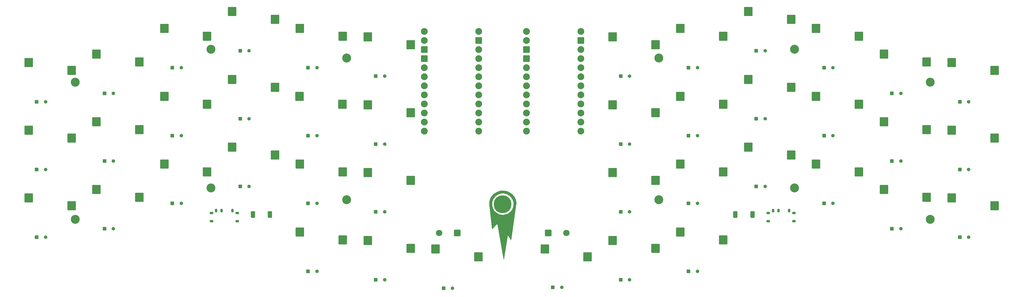
<source format=gbr>
%TF.GenerationSoftware,KiCad,Pcbnew,9.0.2*%
%TF.CreationDate,2025-06-05T20:26:44+03:00*%
%TF.ProjectId,KOMETA,4b4f4d45-5441-42e6-9b69-6361645f7063,rev?*%
%TF.SameCoordinates,Original*%
%TF.FileFunction,Paste,Bot*%
%TF.FilePolarity,Positive*%
%FSLAX46Y46*%
G04 Gerber Fmt 4.6, Leading zero omitted, Abs format (unit mm)*
G04 Created by KiCad (PCBNEW 9.0.2) date 2025-06-05 20:26:44*
%MOMM*%
%LPD*%
G01*
G04 APERTURE LIST*
G04 Aperture macros list*
%AMRoundRect*
0 Rectangle with rounded corners*
0 $1 Rounding radius*
0 $2 $3 $4 $5 $6 $7 $8 $9 X,Y pos of 4 corners*
0 Add a 4 corners polygon primitive as box body*
4,1,4,$2,$3,$4,$5,$6,$7,$8,$9,$2,$3,0*
0 Add four circle primitives for the rounded corners*
1,1,$1+$1,$2,$3*
1,1,$1+$1,$4,$5*
1,1,$1+$1,$6,$7*
1,1,$1+$1,$8,$9*
0 Add four rect primitives between the rounded corners*
20,1,$1+$1,$2,$3,$4,$5,0*
20,1,$1+$1,$4,$5,$6,$7,0*
20,1,$1+$1,$6,$7,$8,$9,0*
20,1,$1+$1,$8,$9,$2,$3,0*%
G04 Aperture macros list end*
%ADD10C,0.000000*%
%ADD11RoundRect,0.200000X-1.000000X-1.050000X1.000000X-1.050000X1.000000X1.050000X-1.000000X1.050000X0*%
%ADD12RoundRect,0.200000X0.300000X0.300000X-0.300000X0.300000X-0.300000X-0.300000X0.300000X-0.300000X0*%
%ADD13O,1.000000X1.000000*%
%ADD14C,2.500000*%
%ADD15RoundRect,0.200000X0.400000X0.700000X-0.400000X0.700000X-0.400000X-0.700000X0.400000X-0.700000X0*%
%ADD16RoundRect,0.199800X0.300200X0.100200X-0.300200X0.100200X-0.300200X-0.100200X0.300200X-0.100200X0*%
%ADD17RoundRect,0.199800X0.100200X-0.300200X0.100200X0.300200X-0.100200X0.300200X-0.100200X-0.300200X0*%
%ADD18C,1.800000*%
%ADD19RoundRect,0.200000X-0.700000X0.700000X-0.700000X-0.700000X0.700000X-0.700000X0.700000X0.700000X0*%
%ADD20O,1.900000X1.900000*%
%ADD21RoundRect,0.250000X-0.700000X-0.700000X0.700000X-0.700000X0.700000X0.700000X-0.700000X0.700000X0*%
%ADD22C,5.000000*%
%ADD23RoundRect,0.200000X0.700000X-0.700000X0.700000X0.700000X-0.700000X0.700000X-0.700000X-0.700000X0*%
%ADD24RoundRect,0.200000X-0.400000X-0.700000X0.400000X-0.700000X0.400000X0.700000X-0.400000X0.700000X0*%
G04 APERTURE END LIST*
D10*
G36*
X207656164Y-161918899D02*
G01*
X207903342Y-161947400D01*
X208148593Y-161992168D01*
X208391087Y-162053188D01*
X208629994Y-162130448D01*
X208864484Y-162223933D01*
X209093726Y-162333630D01*
X209316892Y-162459526D01*
X209536850Y-162593578D01*
X209669239Y-162678585D01*
X209797005Y-162769348D01*
X209919995Y-162865664D01*
X210038055Y-162967333D01*
X210151032Y-163074154D01*
X210258773Y-163185925D01*
X210361124Y-163302444D01*
X210457931Y-163423512D01*
X210549042Y-163548926D01*
X210634304Y-163678485D01*
X210713562Y-163811988D01*
X210786664Y-163949234D01*
X210853456Y-164090022D01*
X210913784Y-164234150D01*
X210967497Y-164381416D01*
X211014439Y-164531621D01*
X211037908Y-164617708D01*
X211059054Y-164704282D01*
X211077873Y-164791295D01*
X211094363Y-164878701D01*
X211108520Y-164966453D01*
X211120341Y-165054504D01*
X211129823Y-165142807D01*
X211136963Y-165231315D01*
X211141758Y-165319982D01*
X211144205Y-165408760D01*
X211144299Y-165497602D01*
X211142039Y-165586462D01*
X211137421Y-165675293D01*
X211130443Y-165764047D01*
X211121099Y-165852679D01*
X211109389Y-165941140D01*
X209738435Y-175683791D01*
X209736928Y-175691875D01*
X209734846Y-175699573D01*
X209732219Y-175706875D01*
X209729081Y-175713778D01*
X209725463Y-175720273D01*
X209721397Y-175726355D01*
X209716915Y-175732017D01*
X209712048Y-175737253D01*
X209706831Y-175742057D01*
X209701293Y-175746422D01*
X209695467Y-175750342D01*
X209689385Y-175753811D01*
X209683080Y-175756821D01*
X209676583Y-175759367D01*
X209669925Y-175761443D01*
X209663140Y-175763042D01*
X209656260Y-175764157D01*
X209649315Y-175764783D01*
X209642339Y-175764912D01*
X209635362Y-175764539D01*
X209628418Y-175763658D01*
X209621538Y-175762261D01*
X209614755Y-175760342D01*
X209608099Y-175757896D01*
X209601604Y-175754916D01*
X209595302Y-175751394D01*
X209589223Y-175747326D01*
X209583401Y-175742704D01*
X209577867Y-175737523D01*
X209572653Y-175731776D01*
X209567792Y-175725456D01*
X209563315Y-175718557D01*
X208922915Y-174641410D01*
X208918472Y-174634562D01*
X208913649Y-174628283D01*
X208908476Y-174622567D01*
X208902986Y-174617408D01*
X208897209Y-174612801D01*
X208891178Y-174608738D01*
X208884923Y-174605215D01*
X208878476Y-174602224D01*
X208871869Y-174599761D01*
X208865133Y-174597819D01*
X208858299Y-174596392D01*
X208851399Y-174595473D01*
X208844465Y-174595058D01*
X208837528Y-174595140D01*
X208830619Y-174595713D01*
X208823770Y-174596771D01*
X208817012Y-174598308D01*
X208810376Y-174600319D01*
X208803895Y-174602796D01*
X208797600Y-174605734D01*
X208791522Y-174609127D01*
X208785692Y-174612969D01*
X208780142Y-174617254D01*
X208774904Y-174621976D01*
X208770009Y-174627129D01*
X208765488Y-174632707D01*
X208761373Y-174638704D01*
X208757695Y-174645114D01*
X208754487Y-174651931D01*
X208751778Y-174659149D01*
X208749601Y-174666762D01*
X208747988Y-174674764D01*
X207717892Y-181073625D01*
X207715918Y-181083194D01*
X207713206Y-181092152D01*
X207709807Y-181100500D01*
X207705769Y-181108237D01*
X207701140Y-181115363D01*
X207695970Y-181121878D01*
X207690307Y-181127781D01*
X207684200Y-181133071D01*
X207677697Y-181137749D01*
X207670848Y-181141813D01*
X207663701Y-181145264D01*
X207656305Y-181148101D01*
X207648708Y-181150323D01*
X207640960Y-181151930D01*
X207633109Y-181152922D01*
X207625204Y-181153299D01*
X207617294Y-181153059D01*
X207609427Y-181152203D01*
X207601652Y-181150729D01*
X207594018Y-181148639D01*
X207586574Y-181145930D01*
X207579368Y-181142603D01*
X207572450Y-181138658D01*
X207565867Y-181134093D01*
X207559669Y-181128909D01*
X207553904Y-181123105D01*
X207548622Y-181116681D01*
X207543870Y-181109636D01*
X207539699Y-181101970D01*
X207536155Y-181093682D01*
X207533289Y-181084773D01*
X207531149Y-181075240D01*
X205799717Y-171394060D01*
X205798135Y-171386768D01*
X205796070Y-171379793D01*
X205793549Y-171373142D01*
X205790596Y-171366821D01*
X205787236Y-171360837D01*
X205783493Y-171355196D01*
X205779393Y-171349905D01*
X205774961Y-171344970D01*
X205770221Y-171340398D01*
X205765198Y-171336195D01*
X205759917Y-171332368D01*
X205754403Y-171328924D01*
X205748680Y-171325869D01*
X205742774Y-171323209D01*
X205736710Y-171320951D01*
X205730512Y-171319102D01*
X205724205Y-171317668D01*
X205717814Y-171316655D01*
X205711364Y-171316071D01*
X205704880Y-171315922D01*
X205698387Y-171316213D01*
X205691908Y-171316953D01*
X205685471Y-171318147D01*
X205679098Y-171319801D01*
X205672815Y-171321923D01*
X205666647Y-171324519D01*
X205660619Y-171327595D01*
X205654756Y-171331159D01*
X205649082Y-171335215D01*
X205643622Y-171339772D01*
X205638402Y-171344836D01*
X205633445Y-171350412D01*
X204515078Y-172705172D01*
X204509962Y-172710918D01*
X204504573Y-172716116D01*
X204498938Y-172720774D01*
X204493085Y-172724900D01*
X204487038Y-172728502D01*
X204480825Y-172731587D01*
X204474472Y-172734163D01*
X204468007Y-172736239D01*
X204461455Y-172737822D01*
X204454843Y-172738920D01*
X204448198Y-172739540D01*
X204441546Y-172739690D01*
X204434914Y-172739379D01*
X204428329Y-172738614D01*
X204421817Y-172737403D01*
X204415404Y-172735753D01*
X204409117Y-172733673D01*
X204402984Y-172731171D01*
X204397030Y-172728253D01*
X204391282Y-172724928D01*
X204385766Y-172721204D01*
X204380510Y-172717089D01*
X204375539Y-172712590D01*
X204370881Y-172707715D01*
X204366562Y-172702472D01*
X204362608Y-172696869D01*
X204359047Y-172690913D01*
X204355904Y-172684613D01*
X204353207Y-172677976D01*
X204350981Y-172671010D01*
X204349254Y-172663723D01*
X204348052Y-172656123D01*
X203582393Y-165824899D01*
X203572866Y-165735227D01*
X203566163Y-165650333D01*
X204360715Y-165650333D01*
X204362081Y-165804091D01*
X204371127Y-165955957D01*
X204387669Y-166105739D01*
X204411522Y-166253248D01*
X204442502Y-166398292D01*
X204480424Y-166540682D01*
X204525103Y-166680225D01*
X204576356Y-166816732D01*
X204633997Y-166950011D01*
X204697841Y-167079872D01*
X204767705Y-167206125D01*
X204843404Y-167328577D01*
X204924753Y-167447040D01*
X205011567Y-167561321D01*
X205103662Y-167671231D01*
X205200854Y-167776578D01*
X205302957Y-167877172D01*
X205409787Y-167972822D01*
X205521160Y-168063337D01*
X205636891Y-168148527D01*
X205756796Y-168228200D01*
X205880689Y-168302167D01*
X206008387Y-168370235D01*
X206139705Y-168432216D01*
X206274457Y-168487917D01*
X206412460Y-168537149D01*
X206553529Y-168579720D01*
X206697480Y-168615439D01*
X206844127Y-168644117D01*
X206993287Y-168665562D01*
X207144774Y-168679583D01*
X207298404Y-168685990D01*
X207452162Y-168684624D01*
X207604027Y-168675578D01*
X207753810Y-168659036D01*
X207901318Y-168635183D01*
X208046363Y-168604203D01*
X208188752Y-168566281D01*
X208328295Y-168521602D01*
X208464802Y-168470349D01*
X208598081Y-168412708D01*
X208727943Y-168348864D01*
X208854195Y-168279000D01*
X208976648Y-168203301D01*
X209095110Y-168121952D01*
X209209392Y-168035138D01*
X209319301Y-167943043D01*
X209424648Y-167845851D01*
X209525242Y-167743748D01*
X209620892Y-167636918D01*
X209711407Y-167525545D01*
X209796597Y-167409813D01*
X209876271Y-167289909D01*
X209950237Y-167166016D01*
X210018306Y-167038318D01*
X210080287Y-166907000D01*
X210135988Y-166772248D01*
X210185220Y-166634245D01*
X210227791Y-166493176D01*
X210263510Y-166349225D01*
X210292188Y-166202578D01*
X210313632Y-166053418D01*
X210327654Y-165901931D01*
X210334060Y-165748301D01*
X210332695Y-165594543D01*
X210323649Y-165442678D01*
X210307107Y-165292895D01*
X210283254Y-165145386D01*
X210252274Y-165000342D01*
X210214352Y-164857953D01*
X210169672Y-164718410D01*
X210118420Y-164581903D01*
X210060779Y-164448624D01*
X209996934Y-164318762D01*
X209927070Y-164192510D01*
X209851372Y-164070057D01*
X209770023Y-163951595D01*
X209683209Y-163837313D01*
X209591113Y-163727404D01*
X209493922Y-163622057D01*
X209391819Y-163521463D01*
X209284988Y-163425813D01*
X209173615Y-163335298D01*
X209057884Y-163250108D01*
X208937979Y-163170435D01*
X208814086Y-163096468D01*
X208686388Y-163028399D01*
X208555071Y-162966419D01*
X208420318Y-162910717D01*
X208282315Y-162861486D01*
X208141246Y-162818915D01*
X207997296Y-162783195D01*
X207850649Y-162754517D01*
X207701489Y-162733073D01*
X207550002Y-162719052D01*
X207396372Y-162712645D01*
X207242614Y-162714010D01*
X207090749Y-162723056D01*
X206940966Y-162739598D01*
X206793457Y-162763451D01*
X206648413Y-162794431D01*
X206506023Y-162832353D01*
X206366480Y-162877033D01*
X206229973Y-162928285D01*
X206096694Y-162985926D01*
X205966833Y-163049771D01*
X205840580Y-163119635D01*
X205718128Y-163195334D01*
X205599665Y-163276682D01*
X205485384Y-163363497D01*
X205375474Y-163455592D01*
X205270127Y-163552783D01*
X205169533Y-163654886D01*
X205073883Y-163761717D01*
X204983368Y-163873090D01*
X204898178Y-163988821D01*
X204818505Y-164108726D01*
X204744538Y-164232619D01*
X204676469Y-164360317D01*
X204614489Y-164491634D01*
X204558788Y-164626387D01*
X204509556Y-164764390D01*
X204466985Y-164905459D01*
X204431266Y-165049409D01*
X204402588Y-165196057D01*
X204381143Y-165345216D01*
X204367122Y-165496703D01*
X204360715Y-165650333D01*
X203566163Y-165650333D01*
X203565777Y-165645445D01*
X203561120Y-165555603D01*
X203558891Y-165465749D01*
X203559086Y-165375931D01*
X203561698Y-165286200D01*
X203566724Y-165196604D01*
X203574159Y-165107191D01*
X203583999Y-165018011D01*
X203596237Y-164929112D01*
X203610870Y-164840544D01*
X203627892Y-164752356D01*
X203647299Y-164664595D01*
X203669087Y-164577311D01*
X203693250Y-164490554D01*
X203719783Y-164404371D01*
X203771293Y-164256689D01*
X203829433Y-164112147D01*
X203894044Y-163970940D01*
X203964966Y-163833263D01*
X204042041Y-163699311D01*
X204125110Y-163569278D01*
X204214015Y-163443359D01*
X204308596Y-163321749D01*
X204408695Y-163204642D01*
X204514153Y-163092234D01*
X204624811Y-162984719D01*
X204740510Y-162882291D01*
X204861092Y-162785146D01*
X204986398Y-162693479D01*
X205116268Y-162607483D01*
X205250545Y-162527354D01*
X205481784Y-162396627D01*
X205708958Y-162278117D01*
X205941675Y-162175997D01*
X206179104Y-162090251D01*
X206420416Y-162020868D01*
X206664780Y-161967832D01*
X206911367Y-161931131D01*
X207159347Y-161910751D01*
X207407889Y-161906678D01*
X207656164Y-161918899D01*
G37*
D11*
%TO.C,SW22*%
X238100000Y-118875000D03*
X250100000Y-121075000D03*
%TD*%
%TO.C,SW23*%
X257100000Y-116500000D03*
X269100000Y-118700000D03*
%TD*%
%TO.C,SW26*%
X326100000Y-125825000D03*
X314100000Y-123625000D03*
%TD*%
D12*
%TO.C,D3*%
X114750000Y-127500000D03*
D13*
X117250000Y-127500000D03*
%TD*%
D12*
%TO.C,D41*%
X240350000Y-186875000D03*
D13*
X242850000Y-186875000D03*
%TD*%
D12*
%TO.C,D24*%
X278350000Y-122750000D03*
D13*
X280850000Y-122750000D03*
%TD*%
D14*
%TO.C,H4*%
X87548000Y-170000000D03*
%TD*%
D12*
%TO.C,D19*%
X152750000Y-184500000D03*
D13*
X155250000Y-184500000D03*
%TD*%
D12*
%TO.C,D15*%
X114750000Y-165500000D03*
D13*
X117250000Y-165500000D03*
%TD*%
D12*
%TO.C,D39*%
X335350000Y-175000000D03*
D13*
X337850000Y-175000000D03*
%TD*%
D11*
%TO.C,SW8*%
X105500000Y-144825000D03*
X93500000Y-142625000D03*
%TD*%
D12*
%TO.C,D11*%
X152750000Y-146500000D03*
D13*
X155250000Y-146500000D03*
%TD*%
D11*
%TO.C,SW15*%
X124500000Y-156700000D03*
X112500000Y-154500000D03*
%TD*%
D12*
%TO.C,D33*%
X335350000Y-156000000D03*
D13*
X337850000Y-156000000D03*
%TD*%
D11*
%TO.C,SW4*%
X143500000Y-113950000D03*
X131500000Y-111750000D03*
%TD*%
D14*
%TO.C,H3*%
X289050000Y-122300000D03*
%TD*%
D12*
%TO.C,D17*%
X152750000Y-165500000D03*
D13*
X155250000Y-165500000D03*
%TD*%
D11*
%TO.C,SW37*%
X307100000Y-156700000D03*
X295100000Y-154500000D03*
%TD*%
D12*
%TO.C,D14*%
X95750000Y-172625000D03*
D13*
X98250000Y-172625000D03*
%TD*%
D11*
%TO.C,SW42*%
X269100000Y-175700000D03*
X257100000Y-173500000D03*
%TD*%
D12*
%TO.C,D12*%
X171750000Y-148875000D03*
D13*
X174250000Y-148875000D03*
%TD*%
D11*
%TO.C,SW39*%
X345100000Y-166200000D03*
X333100000Y-164000000D03*
%TD*%
%TO.C,SW31*%
X307100000Y-137700000D03*
X295100000Y-135500000D03*
%TD*%
D12*
%TO.C,D30*%
X278350000Y-141750000D03*
D13*
X280850000Y-141750000D03*
%TD*%
D12*
%TO.C,D20*%
X171750000Y-186875000D03*
D13*
X174250000Y-186875000D03*
%TD*%
D14*
%TO.C,H12*%
X251050000Y-164500000D03*
%TD*%
D11*
%TO.C,SW27*%
X345100000Y-128200000D03*
X333100000Y-126000000D03*
%TD*%
D12*
%TO.C,D1*%
X76750000Y-137000000D03*
D13*
X79250000Y-137000000D03*
%TD*%
D11*
%TO.C,SW2*%
X105500000Y-125825000D03*
X93500000Y-123625000D03*
%TD*%
D12*
%TO.C,D9*%
X114750000Y-146500000D03*
D13*
X117250000Y-146500000D03*
%TD*%
D12*
%TO.C,D22*%
X240350000Y-129875000D03*
D13*
X242850000Y-129875000D03*
%TD*%
D12*
%TO.C,D42*%
X259350000Y-184500000D03*
D13*
X261850000Y-184500000D03*
%TD*%
D12*
%TO.C,D5*%
X152750000Y-127500000D03*
D13*
X155250000Y-127500000D03*
%TD*%
D11*
%TO.C,SW38*%
X326100000Y-163825000D03*
X314100000Y-161625000D03*
%TD*%
D12*
%TO.C,D40*%
X221350000Y-189000000D03*
D13*
X223850000Y-189000000D03*
%TD*%
D11*
%TO.C,SW40*%
X231100000Y-180450000D03*
X219100000Y-178250000D03*
%TD*%
%TO.C,SW28*%
X250100000Y-140075000D03*
X238100000Y-137875000D03*
%TD*%
D12*
%TO.C,D13*%
X76750000Y-175000000D03*
D13*
X79250000Y-175000000D03*
%TD*%
D12*
%TO.C,D16*%
X133750000Y-160750000D03*
D13*
X136250000Y-160750000D03*
%TD*%
D12*
%TO.C,D27*%
X335350000Y-137000000D03*
D13*
X337850000Y-137000000D03*
%TD*%
D15*
%TO.C,R_L1*%
X142100000Y-168600000D03*
X137300000Y-168600000D03*
%TD*%
D11*
%TO.C,SW24*%
X288100000Y-113950000D03*
X276100000Y-111750000D03*
%TD*%
D12*
%TO.C,D2*%
X95750000Y-134625000D03*
D13*
X98250000Y-134625000D03*
%TD*%
D12*
%TO.C,D6*%
X171750000Y-129875000D03*
D13*
X174250000Y-129875000D03*
%TD*%
D11*
%TO.C,SW12*%
X181500000Y-140075000D03*
X169500000Y-137875000D03*
%TD*%
%TO.C,SW13*%
X86500000Y-166200000D03*
X74500000Y-164000000D03*
%TD*%
%TO.C,SW29*%
X269100000Y-137700000D03*
X257100000Y-135500000D03*
%TD*%
D14*
%TO.C,H11*%
X327050000Y-170000000D03*
%TD*%
D12*
%TO.C,D21*%
X190750000Y-189250000D03*
D13*
X193250000Y-189250000D03*
%TD*%
D12*
%TO.C,D7*%
X76750000Y-156000000D03*
D13*
X79250000Y-156000000D03*
%TD*%
D11*
%TO.C,SW6*%
X181500000Y-121075000D03*
X169500000Y-118875000D03*
%TD*%
%TO.C,SW41*%
X250100000Y-178075000D03*
X238100000Y-175875000D03*
%TD*%
%TO.C,SW1*%
X86500000Y-128200000D03*
X74500000Y-126000000D03*
%TD*%
D12*
%TO.C,D25*%
X297350000Y-127500000D03*
D13*
X299850000Y-127500000D03*
%TD*%
D12*
%TO.C,D23*%
X259350000Y-127500000D03*
D13*
X261850000Y-127500000D03*
%TD*%
D14*
%TO.C,H8*%
X327050000Y-131500000D03*
%TD*%
D12*
%TO.C,D36*%
X278350000Y-160750000D03*
D13*
X280850000Y-160750000D03*
%TD*%
D12*
%TO.C,D4*%
X133750000Y-122750000D03*
D13*
X136250000Y-122750000D03*
%TD*%
D14*
%TO.C,H2*%
X125550000Y-161200000D03*
%TD*%
D11*
%TO.C,SW14*%
X105500000Y-163825000D03*
X93500000Y-161625000D03*
%TD*%
%TO.C,SW18*%
X181500000Y-159075000D03*
X169500000Y-156875000D03*
%TD*%
%TO.C,SW32*%
X326100000Y-144825000D03*
X314100000Y-142625000D03*
%TD*%
D14*
%TO.C,H7*%
X163550000Y-124800000D03*
%TD*%
D11*
%TO.C,SW25*%
X307100000Y-118700000D03*
X295100000Y-116500000D03*
%TD*%
D16*
%TO.C,PS_R1*%
X288900000Y-170443000D03*
X288900000Y-168207000D03*
X281700000Y-170443000D03*
X281700000Y-168207000D03*
D17*
X287550000Y-167500000D03*
X284550000Y-167500000D03*
X283050000Y-167500000D03*
%TD*%
D11*
%TO.C,SW10*%
X143500000Y-132950000D03*
X131500000Y-130750000D03*
%TD*%
D18*
%TO.C,PW_R1*%
X225140000Y-173750000D03*
D19*
X220060000Y-173750000D03*
%TD*%
D16*
%TO.C,PS_L1*%
X132900000Y-170443000D03*
X132900000Y-168207000D03*
X125700000Y-170443000D03*
X125700000Y-168207000D03*
D17*
X131550000Y-167500000D03*
X128550000Y-167500000D03*
X127050000Y-167500000D03*
%TD*%
D20*
%TO.C,SM_L1*%
X185380000Y-117335000D03*
X185380000Y-119875000D03*
D21*
X185380000Y-122415000D03*
X185380000Y-124955000D03*
D20*
X185380000Y-127495000D03*
X185380000Y-130035000D03*
X185380000Y-132575000D03*
X185380000Y-135115000D03*
X185380000Y-137655000D03*
X185380000Y-140195000D03*
X185380000Y-142735000D03*
X185380000Y-145275000D03*
X200620000Y-145275000D03*
X200620000Y-142735000D03*
X200620000Y-140195000D03*
X200620000Y-137655000D03*
X200620000Y-135115000D03*
X200620000Y-132575000D03*
X200620000Y-130035000D03*
X200620000Y-127495000D03*
X200620000Y-124955000D03*
X200620000Y-122415000D03*
D21*
X200620000Y-119875000D03*
D20*
X200620000Y-117335000D03*
%TD*%
D11*
%TO.C,SW36*%
X288100000Y-151950000D03*
X276100000Y-149750000D03*
%TD*%
%TO.C,SW7*%
X86500000Y-147200000D03*
X74500000Y-145000000D03*
%TD*%
D14*
%TO.C,H5*%
X163550000Y-164500000D03*
%TD*%
D11*
%TO.C,SW5*%
X162500000Y-118700000D03*
X150500000Y-116500000D03*
%TD*%
D12*
%TO.C,D32*%
X316350000Y-153625000D03*
D13*
X318850000Y-153625000D03*
%TD*%
D12*
%TO.C,D38*%
X316350000Y-172625000D03*
D13*
X318850000Y-172625000D03*
%TD*%
D22*
%TO.C,KeyChainHole1*%
X207299999Y-165700000D03*
%TD*%
D11*
%TO.C,SW30*%
X288100000Y-132950000D03*
X276100000Y-130750000D03*
%TD*%
D12*
%TO.C,D37*%
X297350000Y-165500000D03*
D13*
X299850000Y-165500000D03*
%TD*%
D14*
%TO.C,H10*%
X125550000Y-122300000D03*
%TD*%
D11*
%TO.C,SW20*%
X181500000Y-178075000D03*
X169500000Y-175875000D03*
%TD*%
D14*
%TO.C,H9*%
X251050000Y-124800000D03*
%TD*%
D11*
%TO.C,SW17*%
X162500000Y-156700000D03*
X150500000Y-154500000D03*
%TD*%
%TO.C,SW19*%
X162500000Y-175700000D03*
X150500000Y-173500000D03*
%TD*%
%TO.C,SW35*%
X269100000Y-156700000D03*
X257100000Y-154500000D03*
%TD*%
D12*
%TO.C,D34*%
X240350000Y-167875000D03*
D13*
X242850000Y-167875000D03*
%TD*%
D11*
%TO.C,SW33*%
X345100000Y-147200000D03*
X333100000Y-145000000D03*
%TD*%
%TO.C,SW11*%
X162420000Y-137700000D03*
X150420000Y-135500000D03*
%TD*%
D12*
%TO.C,D29*%
X259350000Y-146500000D03*
D13*
X261850000Y-146500000D03*
%TD*%
D12*
%TO.C,D31*%
X297350000Y-146500000D03*
D13*
X299850000Y-146500000D03*
%TD*%
D12*
%TO.C,D8*%
X95750000Y-153625000D03*
D13*
X98250000Y-153625000D03*
%TD*%
D11*
%TO.C,SW3*%
X124500000Y-118700000D03*
X112500000Y-116500000D03*
%TD*%
D14*
%TO.C,H1*%
X87550000Y-131500000D03*
%TD*%
D12*
%TO.C,D28*%
X240350000Y-148875000D03*
D13*
X242850000Y-148875000D03*
%TD*%
D11*
%TO.C,SW9*%
X124500000Y-137700000D03*
X112500000Y-135500000D03*
%TD*%
%TO.C,SW16*%
X143500000Y-151950000D03*
X131500000Y-149750000D03*
%TD*%
D14*
%TO.C,H6*%
X289050000Y-161200000D03*
%TD*%
D20*
%TO.C,SM_R1*%
X213931000Y-117335000D03*
X213931000Y-119875000D03*
D21*
X213931000Y-122415000D03*
X213931000Y-124955000D03*
D20*
X213931000Y-127495000D03*
X213931000Y-130035000D03*
X213931000Y-132575000D03*
X213931000Y-135115000D03*
X213931000Y-137655000D03*
X213931000Y-140195000D03*
X213931000Y-142735000D03*
X213931000Y-145275000D03*
X229171000Y-145275000D03*
X229171000Y-142735000D03*
X229171000Y-140195000D03*
X229171000Y-137655000D03*
X229171000Y-135115000D03*
X229171000Y-132575000D03*
X229171000Y-130035000D03*
X229171000Y-127495000D03*
X229171000Y-124955000D03*
X229171000Y-122415000D03*
D21*
X229171000Y-119875000D03*
D20*
X229171000Y-117335000D03*
%TD*%
D12*
%TO.C,D10*%
X133750000Y-141750000D03*
D13*
X136250000Y-141750000D03*
%TD*%
D12*
%TO.C,D26*%
X316350000Y-134625000D03*
D13*
X318850000Y-134625000D03*
%TD*%
D11*
%TO.C,SW34*%
X250100000Y-159075000D03*
X238100000Y-156875000D03*
%TD*%
D12*
%TO.C,D35*%
X259350000Y-165500000D03*
D13*
X261850000Y-165500000D03*
%TD*%
D18*
%TO.C,PW_L1*%
X189460000Y-173750000D03*
D23*
X194540000Y-173750000D03*
%TD*%
D11*
%TO.C,SW21*%
X200500000Y-180450000D03*
X188500000Y-178250000D03*
%TD*%
D24*
%TO.C,R_R1*%
X272500000Y-168600000D03*
X277300000Y-168600000D03*
%TD*%
D12*
%TO.C,D18*%
X171750000Y-167875000D03*
D13*
X174250000Y-167875000D03*
%TD*%
M02*

</source>
